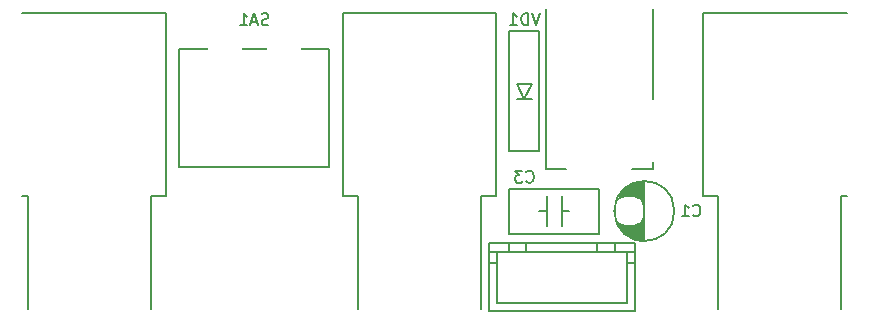
<source format=gbr>
G04 #@! TF.GenerationSoftware,KiCad,Pcbnew,5.1.6-c6e7f7d~87~ubuntu19.10.1*
G04 #@! TF.CreationDate,2022-07-30T15:19:17+06:00*
G04 #@! TF.ProjectId,1590BB2_connector_board_extended_r1a,31353930-4242-4325-9f63-6f6e6e656374,1A*
G04 #@! TF.SameCoordinates,Original*
G04 #@! TF.FileFunction,Legend,Bot*
G04 #@! TF.FilePolarity,Positive*
%FSLAX46Y46*%
G04 Gerber Fmt 4.6, Leading zero omitted, Abs format (unit mm)*
G04 Created by KiCad (PCBNEW 5.1.6-c6e7f7d~87~ubuntu19.10.1) date 2022-07-30 15:19:17*
%MOMM*%
%LPD*%
G01*
G04 APERTURE LIST*
%ADD10C,0.200000*%
%ADD11R,2.900000X2.900000*%
%ADD12O,3.100000X4.400000*%
%ADD13O,2.900000X4.300000*%
%ADD14O,5.900000X3.400000*%
%ADD15O,3.400000X5.400000*%
%ADD16O,5.400000X3.400000*%
%ADD17C,2.300000*%
%ADD18R,2.300000X2.300000*%
G04 APERTURE END LIST*
D10*
X83820000Y-149325000D02*
X96520000Y-149325000D01*
X83820000Y-139325000D02*
X96520000Y-139325000D01*
X83820000Y-149325000D02*
X83820000Y-139325000D01*
X96520000Y-149325000D02*
X96520000Y-139325000D01*
X109340000Y-161290000D02*
X109340000Y-151755000D01*
X98940000Y-161290000D02*
X98940000Y-151755000D01*
X97640000Y-136255000D02*
X110640000Y-136255000D01*
X97640000Y-151755000D02*
X98940000Y-151755000D01*
X109340000Y-151755000D02*
X110640000Y-151755000D01*
X97640000Y-151755000D02*
X97640000Y-136255000D01*
X110640000Y-151755000D02*
X110640000Y-136255000D01*
X128120000Y-151755000D02*
X128120000Y-136255000D01*
X139820000Y-151755000D02*
X140335000Y-151755000D01*
X128120000Y-151755000D02*
X129420000Y-151755000D01*
X128120000Y-136255000D02*
X140335000Y-136255000D01*
X129420000Y-161290000D02*
X129420000Y-151755000D01*
X139820000Y-161290000D02*
X139820000Y-151755000D01*
X82700000Y-151755000D02*
X82700000Y-136255000D01*
X81400000Y-151755000D02*
X82700000Y-151755000D01*
X70485000Y-151755000D02*
X71000000Y-151755000D01*
X70485000Y-136255000D02*
X82700000Y-136255000D01*
X71000000Y-161290000D02*
X71000000Y-151755000D01*
X81400000Y-161290000D02*
X81400000Y-151755000D01*
X114880000Y-149455000D02*
X123880000Y-149455000D01*
X114880000Y-149455000D02*
X114880000Y-135890000D01*
X123880000Y-149455000D02*
X123880000Y-135890000D01*
X111760000Y-137795000D02*
X111760000Y-147955000D01*
X114300000Y-137795000D02*
X114300000Y-147955000D01*
X111760000Y-137795000D02*
X114300000Y-137795000D01*
X111760000Y-147955000D02*
X114300000Y-147955000D01*
X112395000Y-142240000D02*
X113665000Y-142240000D01*
X112395000Y-142240000D02*
X113030000Y-143510000D01*
X113665000Y-142240000D02*
X113030000Y-143510000D01*
X112395000Y-143510000D02*
X113665000Y-143510000D01*
X122405000Y-155765000D02*
X110005000Y-155765000D01*
X122405000Y-161515000D02*
X110005000Y-161515000D01*
X113205000Y-155765000D02*
X113205000Y-156465000D01*
X122405000Y-157465000D02*
X121705000Y-157465000D01*
X119205000Y-155765000D02*
X119205000Y-156465000D01*
X121705000Y-160815000D02*
X110705000Y-160815000D01*
X110705000Y-156465000D02*
X110705000Y-160815000D01*
X110705000Y-157465000D02*
X110005000Y-157465000D01*
X122405000Y-155765000D02*
X122405000Y-161515000D01*
X121705000Y-156465000D02*
X121705000Y-160815000D01*
X110005000Y-155765000D02*
X110005000Y-161515000D01*
X122405000Y-156465000D02*
X110005000Y-156465000D01*
X111705000Y-155765000D02*
X111705000Y-156465000D01*
X120705000Y-155765000D02*
X120705000Y-156465000D01*
X116205000Y-154305000D02*
X116205000Y-151765000D01*
X114935000Y-154305000D02*
X114935000Y-151765000D01*
X116205000Y-153035000D02*
X116840000Y-153035000D01*
X114300000Y-153035000D02*
X114935000Y-153035000D01*
X119380000Y-154940000D02*
X119380000Y-151130000D01*
X111760000Y-154940000D02*
X111760000Y-151130000D01*
X111760000Y-151130000D02*
X119380000Y-151130000D01*
X111760000Y-154940000D02*
X119380000Y-154940000D01*
X125730000Y-153035000D02*
G75*
G03*
X125730000Y-153035000I-2540000J0D01*
G01*
G36*
X123190000Y-150495000D02*
G01*
X122428000Y-150622000D01*
X121285000Y-151384000D01*
X120650000Y-153035000D01*
X121285000Y-154686000D01*
X122428000Y-155448000D01*
X123190000Y-155575000D01*
X123190000Y-150495000D01*
G37*
X123190000Y-150495000D02*
X122428000Y-150622000D01*
X121285000Y-151384000D01*
X120650000Y-153035000D01*
X121285000Y-154686000D01*
X122428000Y-155448000D01*
X123190000Y-155575000D01*
X123190000Y-150495000D01*
X91360476Y-137247261D02*
X91217619Y-137294880D01*
X90979523Y-137294880D01*
X90884285Y-137247261D01*
X90836666Y-137199642D01*
X90789047Y-137104404D01*
X90789047Y-137009166D01*
X90836666Y-136913928D01*
X90884285Y-136866309D01*
X90979523Y-136818690D01*
X91170000Y-136771071D01*
X91265238Y-136723452D01*
X91312857Y-136675833D01*
X91360476Y-136580595D01*
X91360476Y-136485357D01*
X91312857Y-136390119D01*
X91265238Y-136342500D01*
X91170000Y-136294880D01*
X90931904Y-136294880D01*
X90789047Y-136342500D01*
X90408095Y-137009166D02*
X89931904Y-137009166D01*
X90503333Y-137294880D02*
X90170000Y-136294880D01*
X89836666Y-137294880D01*
X88979523Y-137294880D02*
X89550952Y-137294880D01*
X89265238Y-137294880D02*
X89265238Y-136294880D01*
X89360476Y-136437738D01*
X89455714Y-136532976D01*
X89550952Y-136580595D01*
X114339523Y-136294880D02*
X114006190Y-137294880D01*
X113672857Y-136294880D01*
X113339523Y-137294880D02*
X113339523Y-136294880D01*
X113101428Y-136294880D01*
X112958571Y-136342500D01*
X112863333Y-136437738D01*
X112815714Y-136532976D01*
X112768095Y-136723452D01*
X112768095Y-136866309D01*
X112815714Y-137056785D01*
X112863333Y-137152023D01*
X112958571Y-137247261D01*
X113101428Y-137294880D01*
X113339523Y-137294880D01*
X111815714Y-137294880D02*
X112387142Y-137294880D01*
X112101428Y-137294880D02*
X112101428Y-136294880D01*
X112196666Y-136437738D01*
X112291904Y-136532976D01*
X112387142Y-136580595D01*
X113196666Y-150534642D02*
X113244285Y-150582261D01*
X113387142Y-150629880D01*
X113482380Y-150629880D01*
X113625238Y-150582261D01*
X113720476Y-150487023D01*
X113768095Y-150391785D01*
X113815714Y-150201309D01*
X113815714Y-150058452D01*
X113768095Y-149867976D01*
X113720476Y-149772738D01*
X113625238Y-149677500D01*
X113482380Y-149629880D01*
X113387142Y-149629880D01*
X113244285Y-149677500D01*
X113196666Y-149725119D01*
X112863333Y-149629880D02*
X112244285Y-149629880D01*
X112577619Y-150010833D01*
X112434761Y-150010833D01*
X112339523Y-150058452D01*
X112291904Y-150106071D01*
X112244285Y-150201309D01*
X112244285Y-150439404D01*
X112291904Y-150534642D01*
X112339523Y-150582261D01*
X112434761Y-150629880D01*
X112720476Y-150629880D01*
X112815714Y-150582261D01*
X112863333Y-150534642D01*
X127320357Y-153392142D02*
X127367976Y-153439761D01*
X127510833Y-153487380D01*
X127606071Y-153487380D01*
X127748928Y-153439761D01*
X127844166Y-153344523D01*
X127891785Y-153249285D01*
X127939404Y-153058809D01*
X127939404Y-152915952D01*
X127891785Y-152725476D01*
X127844166Y-152630238D01*
X127748928Y-152535000D01*
X127606071Y-152487380D01*
X127510833Y-152487380D01*
X127367976Y-152535000D01*
X127320357Y-152582619D01*
X126367976Y-153487380D02*
X126939404Y-153487380D01*
X126653690Y-153487380D02*
X126653690Y-152487380D01*
X126748928Y-152630238D01*
X126844166Y-152725476D01*
X126939404Y-152773095D01*
%LPC*%
D11*
X92670000Y-139075000D03*
X87670000Y-139075000D03*
X87770000Y-151775000D03*
X87770000Y-155575000D03*
X87770000Y-159375000D03*
X92570000Y-151775000D03*
X92570000Y-159375000D03*
X92570000Y-155575000D03*
D12*
X104140000Y-142755000D03*
D13*
X106640000Y-157755000D03*
X101640000Y-157755000D03*
D12*
X134620000Y-142755000D03*
D13*
X137120000Y-157755000D03*
X132120000Y-157755000D03*
X73700000Y-157755000D03*
X78700000Y-157755000D03*
D12*
X76200000Y-142755000D03*
D14*
X119380000Y-148755000D03*
D15*
X124180000Y-146255000D03*
D16*
X119380000Y-142755000D03*
D17*
X113030000Y-139065000D03*
D18*
X113030000Y-146685000D03*
X112455000Y-158115000D03*
X114955000Y-158115000D03*
X117455000Y-158115000D03*
D17*
X119955000Y-158115000D03*
D18*
X118110000Y-153035000D03*
X113030000Y-153035000D03*
X124460000Y-157480000D03*
D17*
X124460000Y-153035000D03*
G36*
G01*
X123070000Y-152575000D02*
X123070000Y-153495000D01*
G75*
G02*
X122380000Y-154185000I-690000J0D01*
G01*
X121460000Y-154185000D01*
G75*
G02*
X120770000Y-153495000I0J690000D01*
G01*
X120770000Y-152575000D01*
G75*
G02*
X121460000Y-151885000I690000J0D01*
G01*
X122380000Y-151885000D01*
G75*
G02*
X123070000Y-152575000I0J-690000D01*
G01*
G37*
D18*
X127000000Y-157480000D03*
M02*

</source>
